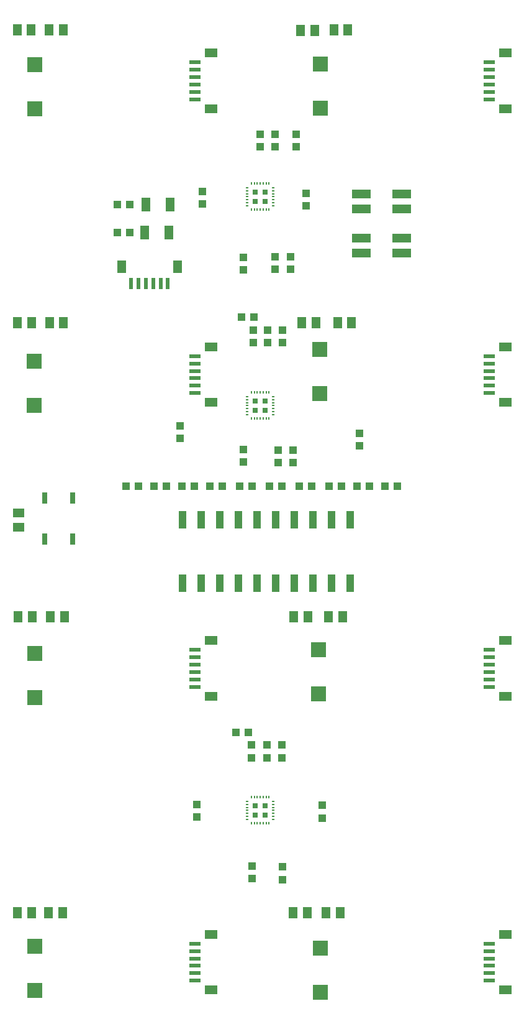
<source format=gtp>
G75*
%MOIN*%
%OFA0B0*%
%FSLAX25Y25*%
%IPPOS*%
%LPD*%
%AMOC8*
5,1,8,0,0,1.08239X$1,22.5*
%
%ADD10R,0.06102X0.02362*%
%ADD11R,0.07087X0.04724*%
%ADD12R,0.07874X0.07874*%
%ADD13R,0.05118X0.06299*%
%ADD14R,0.04449X0.09606*%
%ADD15R,0.02608X0.02608*%
%ADD16R,0.01772X0.00787*%
%ADD17R,0.00787X0.01772*%
%ADD18R,0.03937X0.04331*%
%ADD19R,0.04331X0.03937*%
%ADD20R,0.03000X0.06000*%
%ADD21R,0.06299X0.05118*%
%ADD22R,0.05000X0.07500*%
%ADD23R,0.09843X0.04724*%
%ADD24R,0.02362X0.06102*%
%ADD25R,0.04724X0.07087*%
D10*
X0154594Y0103594D03*
X0154594Y0107531D03*
X0154594Y0111468D03*
X0154594Y0115405D03*
X0154594Y0119342D03*
X0154594Y0123279D03*
X0154594Y0261094D03*
X0154594Y0265031D03*
X0154594Y0268968D03*
X0154594Y0272905D03*
X0154594Y0276842D03*
X0154594Y0280779D03*
X0154594Y0418593D03*
X0154594Y0422530D03*
X0154594Y0426467D03*
X0154594Y0430404D03*
X0154594Y0434341D03*
X0154594Y0438278D03*
X0154594Y0576094D03*
X0154594Y0580031D03*
X0154594Y0583968D03*
X0154594Y0587905D03*
X0154594Y0591842D03*
X0154594Y0595779D03*
X0312394Y0595779D03*
X0312394Y0591842D03*
X0312394Y0587905D03*
X0312394Y0583968D03*
X0312394Y0580031D03*
X0312394Y0576094D03*
X0312394Y0438278D03*
X0312394Y0434341D03*
X0312394Y0430404D03*
X0312394Y0426467D03*
X0312394Y0422530D03*
X0312394Y0418593D03*
X0312394Y0280779D03*
X0312394Y0276842D03*
X0312394Y0272905D03*
X0312394Y0268968D03*
X0312394Y0265031D03*
X0312394Y0261094D03*
X0312394Y0123279D03*
X0312394Y0119342D03*
X0312394Y0115405D03*
X0312394Y0111468D03*
X0312394Y0107531D03*
X0312394Y0103594D03*
D11*
X0321154Y0098476D03*
X0321154Y0128397D03*
X0321154Y0255976D03*
X0321154Y0285897D03*
X0321154Y0413475D03*
X0321154Y0443397D03*
X0321154Y0570976D03*
X0321154Y0600897D03*
X0163354Y0600897D03*
X0163354Y0570976D03*
X0163354Y0443397D03*
X0163354Y0413475D03*
X0163354Y0285897D03*
X0163354Y0255976D03*
X0163354Y0128397D03*
X0163354Y0098476D03*
D12*
X0068494Y0098283D03*
X0068494Y0121905D03*
X0068454Y0255343D03*
X0068454Y0278965D03*
X0068078Y0411983D03*
X0068078Y0435605D03*
X0068594Y0570983D03*
X0068594Y0594605D03*
X0221794Y0595038D03*
X0221794Y0571416D03*
X0221694Y0441839D03*
X0221694Y0418217D03*
X0220806Y0280965D03*
X0220806Y0257343D03*
X0221994Y0120905D03*
X0221994Y0097283D03*
D13*
X0225054Y0139794D03*
X0232534Y0139794D03*
X0214734Y0139794D03*
X0207254Y0139794D03*
X0207654Y0298594D03*
X0215134Y0298594D03*
X0226254Y0298594D03*
X0233734Y0298594D03*
X0231154Y0456194D03*
X0238634Y0456194D03*
X0219534Y0456194D03*
X0212054Y0456194D03*
X0211272Y0612794D03*
X0218753Y0612794D03*
X0229154Y0613194D03*
X0236634Y0613194D03*
X0083834Y0613194D03*
X0076354Y0613194D03*
X0066634Y0613194D03*
X0059154Y0613194D03*
X0059254Y0456194D03*
X0066734Y0456194D03*
X0076454Y0456194D03*
X0083934Y0456194D03*
X0084434Y0298594D03*
X0076954Y0298594D03*
X0067134Y0298594D03*
X0059654Y0298594D03*
X0059254Y0139794D03*
X0066734Y0139794D03*
X0076054Y0139794D03*
X0083534Y0139794D03*
D14*
X0147836Y0316744D03*
X0157836Y0316744D03*
X0167836Y0316744D03*
X0177836Y0316744D03*
X0187836Y0316744D03*
X0197836Y0316744D03*
X0207836Y0316744D03*
X0217836Y0316744D03*
X0227836Y0316744D03*
X0237836Y0316744D03*
X0237836Y0350602D03*
X0227836Y0350602D03*
X0217836Y0350602D03*
X0207836Y0350602D03*
X0197836Y0350602D03*
X0187836Y0350602D03*
X0177836Y0350602D03*
X0167836Y0350602D03*
X0157836Y0350602D03*
X0147836Y0350602D03*
D15*
X0186985Y0409185D03*
X0186985Y0414402D03*
X0192202Y0414402D03*
X0192202Y0409185D03*
X0192202Y0521185D03*
X0186985Y0521185D03*
X0186985Y0526402D03*
X0192202Y0526402D03*
X0192202Y0197402D03*
X0192202Y0192185D03*
X0186985Y0192185D03*
X0186985Y0197402D03*
D16*
X0182606Y0197943D03*
X0182606Y0196369D03*
X0182606Y0194794D03*
X0182606Y0193219D03*
X0182606Y0191644D03*
X0182606Y0190069D03*
X0182606Y0199518D03*
X0196582Y0199518D03*
X0196582Y0197943D03*
X0196582Y0196369D03*
X0196582Y0194794D03*
X0196582Y0193219D03*
X0196582Y0191644D03*
X0196582Y0190069D03*
X0196582Y0407069D03*
X0196582Y0408644D03*
X0196582Y0410219D03*
X0196582Y0411794D03*
X0196582Y0413369D03*
X0196582Y0414943D03*
X0196582Y0416518D03*
X0182606Y0416518D03*
X0182606Y0414943D03*
X0182606Y0413369D03*
X0182606Y0411794D03*
X0182606Y0410219D03*
X0182606Y0408644D03*
X0182606Y0407069D03*
X0182606Y0519069D03*
X0182606Y0520644D03*
X0182606Y0522219D03*
X0182606Y0523794D03*
X0182606Y0525369D03*
X0182606Y0526943D03*
X0182606Y0528518D03*
X0196582Y0528518D03*
X0196582Y0526943D03*
X0196582Y0525369D03*
X0196582Y0523794D03*
X0196582Y0522219D03*
X0196582Y0520644D03*
X0196582Y0519069D03*
D17*
X0194318Y0516806D03*
X0192743Y0516806D03*
X0191169Y0516806D03*
X0189594Y0516806D03*
X0188019Y0516806D03*
X0186444Y0516806D03*
X0184869Y0516806D03*
X0184869Y0530782D03*
X0186444Y0530782D03*
X0188019Y0530782D03*
X0189594Y0530782D03*
X0191169Y0530782D03*
X0192743Y0530782D03*
X0194318Y0530782D03*
X0194318Y0418782D03*
X0192743Y0418782D03*
X0191169Y0418782D03*
X0189594Y0418782D03*
X0188019Y0418782D03*
X0186444Y0418782D03*
X0184869Y0418782D03*
X0184869Y0404806D03*
X0186444Y0404806D03*
X0188019Y0404806D03*
X0189594Y0404806D03*
X0191169Y0404806D03*
X0192743Y0404806D03*
X0194318Y0404806D03*
X0194318Y0201782D03*
X0192743Y0201782D03*
X0191169Y0201782D03*
X0189594Y0201782D03*
X0188019Y0201782D03*
X0186444Y0201782D03*
X0184869Y0201782D03*
X0184869Y0187806D03*
X0186444Y0187806D03*
X0188019Y0187806D03*
X0189594Y0187806D03*
X0191169Y0187806D03*
X0192743Y0187806D03*
X0194318Y0187806D03*
D18*
X0201397Y0164454D03*
X0201397Y0157761D03*
X0185184Y0158253D03*
X0185184Y0164946D03*
X0155623Y0191235D03*
X0155623Y0197928D03*
X0184814Y0223094D03*
X0184814Y0229787D03*
X0193082Y0229787D03*
X0193082Y0223094D03*
X0201350Y0223094D03*
X0201350Y0229787D03*
X0223035Y0197454D03*
X0223035Y0190761D03*
X0207094Y0381347D03*
X0207094Y0388040D03*
X0199294Y0388040D03*
X0199294Y0381347D03*
X0180394Y0381547D03*
X0180394Y0388240D03*
X0146394Y0394347D03*
X0146394Y0401040D03*
X0185894Y0445547D03*
X0185894Y0452240D03*
X0193494Y0452240D03*
X0193494Y0445547D03*
X0201594Y0445547D03*
X0201594Y0452240D03*
X0197494Y0484947D03*
X0197494Y0491640D03*
X0205777Y0491720D03*
X0205777Y0485028D03*
X0214216Y0519028D03*
X0214216Y0525720D03*
X0208931Y0550485D03*
X0208931Y0557178D03*
X0197669Y0557178D03*
X0197669Y0550485D03*
X0189414Y0550485D03*
X0189414Y0557178D03*
X0158506Y0526539D03*
X0158506Y0519846D03*
X0180694Y0491340D03*
X0180694Y0484647D03*
X0242794Y0397040D03*
X0242794Y0390347D03*
D19*
X0241447Y0368594D03*
X0248140Y0368594D03*
X0256447Y0368594D03*
X0263140Y0368594D03*
X0233140Y0368594D03*
X0226447Y0368594D03*
X0217140Y0368594D03*
X0210447Y0368594D03*
X0201140Y0368594D03*
X0194447Y0368594D03*
X0185140Y0368594D03*
X0178447Y0368594D03*
X0169140Y0368594D03*
X0162447Y0368594D03*
X0154140Y0368594D03*
X0147447Y0368594D03*
X0139140Y0368594D03*
X0132447Y0368594D03*
X0124140Y0368594D03*
X0117447Y0368594D03*
X0179647Y0459294D03*
X0186340Y0459294D03*
X0119440Y0504594D03*
X0112747Y0504594D03*
X0112847Y0519694D03*
X0119540Y0519694D03*
X0176553Y0236693D03*
X0183246Y0236693D03*
D20*
X0088754Y0340212D03*
X0088754Y0362212D03*
X0073754Y0362212D03*
X0073754Y0340212D03*
D21*
X0059919Y0346685D03*
X0059919Y0354165D03*
D22*
X0127594Y0504494D03*
X0128294Y0519494D03*
X0141294Y0519494D03*
X0140594Y0504494D03*
D23*
X0243867Y0501620D03*
X0243867Y0493746D03*
X0243867Y0517368D03*
X0243867Y0525242D03*
X0265520Y0525242D03*
X0265520Y0517368D03*
X0265520Y0501620D03*
X0265520Y0493746D03*
D24*
X0139994Y0477394D03*
X0136057Y0477394D03*
X0132120Y0477394D03*
X0128183Y0477394D03*
X0124246Y0477394D03*
X0120309Y0477394D03*
D25*
X0115191Y0486154D03*
X0145112Y0486154D03*
M02*

</source>
